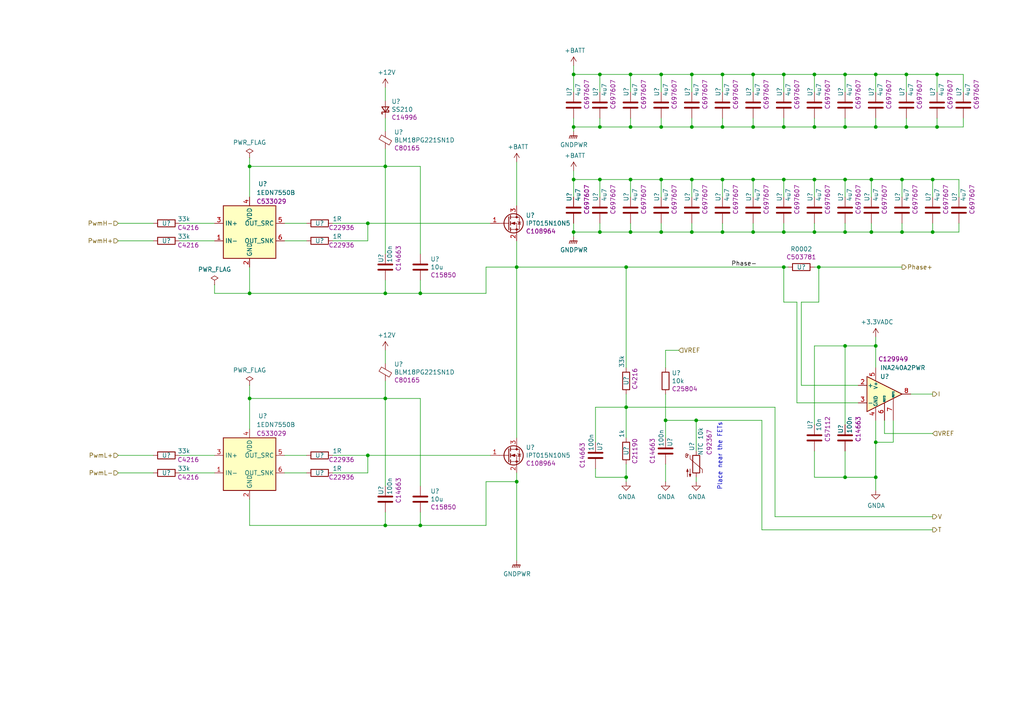
<source format=kicad_sch>
(kicad_sch (version 20211123) (generator eeschema)
  (paper "A4")
  (title_block (title "UNIMOC Hardware 4850") (date "2021-03-28") (rev "2") (company "Thunderdrive GmbH"))
  (lib_symbols
    (symbol "Amplifier_Current:INA240A2PW" (pin_names (offset 0.127))
      (property "Reference" "U" (at 3.81 3.81 0))
      (property "Value" "INA240A2PW" (at 3.81 -2.54 0))
      (symbol "INA240A2PW_0_1"
        (polyline (pts (xy 5.08 0) (xy -5.08 5.08) (xy -5.08 -5.08) (xy 5.08 0)) (stroke (width 0.254)) (fill (type background)))
      )
      (symbol "INA240A2PW_1_1"
        (pin passive line (at -2.54 -7.62 90) (length 3.81) hide (name "GND") (number "1"))
        (pin input line (at -7.62 2.54 0) (length 2.54) (name "+") (number "2"))
        (pin input line (at -7.62 -2.54 0) (length 2.54) (name "-") (number "3"))
        (pin power_in line (at -2.54 -7.62 90) (length 3.81) (name "GND") (number "4"))
        (pin power_in line (at -2.54 7.62 270) (length 3.81) (name "V+") (number "5"))
        (pin passive line (at 0 -7.62 90) (length 5.08) (name "REF2") (number "6"))
        (pin passive line (at 2.54 -7.62 90) (length 6.35) (name "REF1") (number "7"))
        (pin output line (at 7.62 0 180) (length 2.54) (name "~") (number "8"))
      )
    )
    (symbol "Device:C" (pin_numbers hide) (pin_names (offset 0.254))
      (property "Reference" "C" (at 0.635 2.54 0))
      (property "Value" "C" (at 0.635 -2.54 0))
      (symbol "C_0_1"
        (polyline (pts (xy -2.032 -0.762) (xy 2.032 -0.762)) (stroke (width 0.508)))
        (polyline (pts (xy -2.032 0.762) (xy 2.032 0.762)) (stroke (width 0.508)))
      )
      (symbol "C_1_1"
        (pin passive line (at 0 3.81 270) (length 2.794) (name "~") (number "1"))
        (pin passive line (at 0 -3.81 90) (length 2.794) (name "~") (number "2"))
      )
    )
    (symbol "Device:D_Schottky_Small" (pin_numbers hide) (pin_names (offset 0.254) hide)
      (property "Reference" "D" (at -1.27 2.032 0))
      (property "Value" "D_Schottky_Small" (at -7.112 -2.032 0))
      (symbol "D_Schottky_Small_0_1"
        (polyline (pts (xy -0.762 0) (xy 0.762 0)))
        (polyline (pts (xy 0.762 -1.016) (xy -0.762 0) (xy 0.762 1.016) (xy 0.762 -1.016)) (stroke (width 0.254)))
        (polyline (pts (xy -1.27 0.762) (xy -1.27 1.016) (xy -0.762 1.016) (xy -0.762 -1.016) (xy -0.254 -1.016) (xy -0.254 -0.762)) (stroke (width 0.254)))
      )
      (symbol "D_Schottky_Small_1_1"
        (pin passive line (at -2.54 0 0) (length 1.778) (name "K") (number "1"))
        (pin passive line (at 2.54 0 180) (length 1.778) (name "A") (number "2"))
      )
    )
    (symbol "Device:FerriteBead_Small" (pin_numbers hide) (pin_names (offset 0))
      (property "Reference" "FB" (at 1.905 1.27 0))
      (property "Value" "FerriteBead_Small" (at 1.905 -1.27 0))
      (symbol "FerriteBead_Small_0_1"
        (polyline (pts (xy 0 -1.27) (xy 0 -0.7874)))
        (polyline (pts (xy 0 0.889) (xy 0 1.2954)))
        (polyline (pts (xy -1.8288 0.2794) (xy -1.1176 1.4986) (xy 1.8288 -0.2032) (xy 1.1176 -1.4224) (xy -1.8288 0.2794)))
      )
      (symbol "FerriteBead_Small_1_1"
        (pin passive line (at 0 2.54 270) (length 1.27) (name "~") (number "1"))
        (pin passive line (at 0 -2.54 90) (length 1.27) (name "~") (number "2"))
      )
    )
    (symbol "Device:R" (pin_numbers hide) (pin_names (offset 0))
      (property "Reference" "R" (at 2.032 0 90))
      (property "Value" "R" (at 0 0 90))
      (symbol "R_0_1"
        (rectangle (start -1.016 -2.54) (end 1.016 2.54) (stroke (width 0.254)))
      )
      (symbol "R_1_1"
        (pin passive line (at 0 3.81 270) (length 1.27) (name "~") (number "1"))
        (pin passive line (at 0 -3.81 90) (length 1.27) (name "~") (number "2"))
      )
    )
    (symbol "Device:Thermistor_NTC" (pin_numbers hide) (pin_names (offset 0))
      (property "Reference" "TH" (at -4.445 0 90))
      (property "Value" "Thermistor_NTC" (at 3.175 0 90))
      (symbol "Thermistor_NTC_0_1"
        (arc (start -3.048 2.159) (mid -3.0495 2.3143) (end -3.175 2.413))
        (arc (start -3.048 2.159) (mid -2.9736 1.9794) (end -2.794 1.905))
        (arc (start -3.048 2.794) (mid -2.9736 2.6144) (end -2.794 2.54))
        (arc (start -2.794 1.905) (mid -2.6144 1.9794) (end -2.54 2.159))
        (arc (start -2.794 2.54) (mid -2.4393 2.5587) (end -2.159 2.794))
        (arc (start -2.794 3.048) (mid -2.9736 2.9736) (end -3.048 2.794))
        (arc (start -2.54 2.794) (mid -2.6144 2.9736) (end -2.794 3.048))
        (rectangle (start -1.016 2.54) (end 1.016 -2.54) (stroke (width 0.254)))
        (polyline (pts (xy -2.54 2.159) (xy -2.54 2.794)))
        (polyline (pts (xy -1.778 2.54) (xy -1.778 1.524) (xy 1.778 -1.524) (xy 1.778 -2.54)))
        (polyline (pts (xy -2.54 -3.683) (xy -2.54 -1.397) (xy -2.794 -2.159) (xy -2.286 -2.159) (xy -2.54 -1.397) (xy -2.54 -1.651)) (fill (type outline)))
        (polyline (pts (xy -1.778 -1.397) (xy -1.778 -3.683) (xy -2.032 -2.921) (xy -1.524 -2.921) (xy -1.778 -3.683) (xy -1.778 -3.429)) (fill (type outline)))
      )
      (symbol "Thermistor_NTC_1_1"
        (pin passive line (at 0 3.81 270) (length 1.27) (name "~") (number "1"))
        (pin passive line (at 0 -3.81 90) (length 1.27) (name "~") (number "2"))
      )
    )
    (symbol "Driver_FET:1EDN7550B"
      (property "Reference" "U" (at -7.62 8.89 0))
      (property "Value" "1EDN7550B" (at 1.27 8.89 0))
      (symbol "1EDN7550B_0_1"
        (rectangle (start -7.62 -7.62) (end 7.62 7.62) (stroke (width 0.254)) (fill (type background)))
      )
      (symbol "1EDN7550B_1_1"
        (pin input line (at -10.16 -2.54 0) (length 2.54) (name "IN-") (number "1"))
        (pin power_in line (at 0 -10.16 90) (length 2.54) (name "GND") (number "2"))
        (pin input line (at -10.16 2.54 0) (length 2.54) (name "IN+") (number "3"))
        (pin power_in line (at 0 10.16 270) (length 2.54) (name "VDD") (number "4"))
        (pin output line (at 10.16 2.54 180) (length 2.54) (name "OUT_SRC") (number "5"))
        (pin output line (at 10.16 -2.54 180) (length 2.54) (name "OUT_SNK") (number "6"))
      )
    )
    (symbol "Transistor_FET:IPT015N10N5" (pin_names hide)
      (property "Reference" "Q" (at 5.08 1.905 0))
      (property "Value" "IPT015N10N5" (at 5.08 0 0))
      (symbol "IPT015N10N5_0_1"
        (polyline (pts (xy 0.254 0) (xy -2.54 0)))
        (polyline (pts (xy 0.254 1.905) (xy 0.254 -1.905)) (stroke (width 0.254)))
        (polyline (pts (xy 0.762 -1.27) (xy 0.762 -2.286)) (stroke (width 0.254)))
        (polyline (pts (xy 0.762 0.508) (xy 0.762 -0.508)) (stroke (width 0.254)))
        (polyline (pts (xy 0.762 2.286) (xy 0.762 1.27)) (stroke (width 0.254)))
        (polyline (pts (xy 2.54 2.54) (xy 2.54 1.778)))
        (polyline (pts (xy 2.54 -2.54) (xy 2.54 0) (xy 0.762 0)))
        (polyline (pts (xy 0.762 -1.778) (xy 3.302 -1.778) (xy 3.302 1.778) (xy 0.762 1.778)))
        (polyline (pts (xy 1.016 0) (xy 2.032 0.381) (xy 2.032 -0.381) (xy 1.016 0)) (fill (type outline)))
        (polyline (pts (xy 2.794 0.508) (xy 2.921 0.381) (xy 3.683 0.381) (xy 3.81 0.254)))
        (polyline (pts (xy 3.302 0.381) (xy 2.921 -0.254) (xy 3.683 -0.254) (xy 3.302 0.381)))
        (circle (center 1.651 0) (radius 2.794) (stroke (width 0.254)))
        (circle (center 2.54 -1.778) (radius 0.254) (fill (type outline)))
        (circle (center 2.54 1.778) (radius 0.254) (fill (type outline)))
      )
      (symbol "IPT015N10N5_1_1"
        (pin input line (at -5.08 0 0) (length 2.54) (name "G") (number "1"))
        (pin passive line (at 2.54 -5.08 90) (length 2.54) (name "S") (number "2"))
        (pin passive line (at 2.54 5.08 270) (length 2.54) (name "D") (number "3"))
      )
    )
    (symbol "power:+12V" (power) (pin_names (offset 0))
      (property "Value" "+12V" (at 0 3.556 0))
      (symbol "+12V_0_1"
        (polyline (pts (xy -0.762 1.27) (xy 0 2.54)))
        (polyline (pts (xy 0 0) (xy 0 2.54)))
        (polyline (pts (xy 0 2.54) (xy 0.762 1.27)))
      )
      (symbol "+12V_1_1"
        (pin power_in line (at 0 0 90) (length 0) hide (name "+12V") (number "1"))
      )
    )
    (symbol "power:+3.3VADC" (power) (pin_names (offset 0))
      (property "Value" "+3.3VADC" (at 0 2.54 0))
      (symbol "+3.3VADC_0_0"
        (pin power_in line (at 0 0 90) (length 0) hide (name "+3.3VADC") (number "1"))
      )
      (symbol "+3.3VADC_0_1"
        (polyline (pts (xy -0.762 1.27) (xy 0 2.54)))
        (polyline (pts (xy 0 0) (xy 0 2.54)))
        (polyline (pts (xy 0 2.54) (xy 0.762 1.27)))
      )
    )
    (symbol "power:+BATT" (power) (pin_names (offset 0))
      (property "Value" "+BATT" (at 0 3.556 0))
      (symbol "+BATT_0_1"
        (polyline (pts (xy -0.762 1.27) (xy 0 2.54)))
        (polyline (pts (xy 0 0) (xy 0 2.54)))
        (polyline (pts (xy 0 2.54) (xy 0.762 1.27)))
      )
      (symbol "+BATT_1_1"
        (pin power_in line (at 0 0 90) (length 0) hide (name "+BATT") (number "1"))
      )
    )
    (symbol "power:GNDA" (power) (pin_names (offset 0))
      (property "Value" "GNDA" (at 0 -3.81 0))
      (symbol "GNDA_0_1"
        (polyline (pts (xy 0 0) (xy 0 -1.27) (xy 1.27 -1.27) (xy 0 -2.54) (xy -1.27 -1.27) (xy 0 -1.27)))
      )
      (symbol "GNDA_1_1"
        (pin power_in line (at 0 0 270) (length 0) hide (name "GNDA") (number "1"))
      )
    )
    (symbol "power:GNDPWR" (power) (pin_names (offset 0))
      (property "Value" "GNDPWR" (at 0 -3.302 0))
      (symbol "GNDPWR_0_1"
        (polyline (pts (xy 0 -1.27) (xy 0 0)))
        (polyline (pts (xy -1.016 -1.27) (xy -1.27 -2.032) (xy -1.27 -2.032)) (stroke (width 0.2032)))
        (polyline (pts (xy -0.508 -1.27) (xy -0.762 -2.032) (xy -0.762 -2.032)) (stroke (width 0.2032)))
        (polyline (pts (xy 0 -1.27) (xy -0.254 -2.032) (xy -0.254 -2.032)) (stroke (width 0.2032)))
        (polyline (pts (xy 0.508 -1.27) (xy 0.254 -2.032) (xy 0.254 -2.032)) (stroke (width 0.2032)))
        (polyline (pts (xy 1.016 -1.27) (xy -1.016 -1.27) (xy -1.016 -1.27)) (stroke (width 0.2032)))
        (polyline (pts (xy 1.016 -1.27) (xy 0.762 -2.032) (xy 0.762 -2.032) (xy 0.762 -2.032)) (stroke (width 0.2032)))
      )
      (symbol "GNDPWR_1_1"
        (pin power_in line (at 0 0 270) (length 0) hide (name "GNDPWR") (number "1"))
      )
    )
    (symbol "power:PWR_FLAG" (power) (pin_numbers hide) (pin_names (offset 0) hide)
      (property "Value" "PWR_FLAG" (at 0 3.81 0))
      (symbol "PWR_FLAG_0_0"
        (pin power_out line (at 0 0 90) (length 0) (name "pwr") (number "1"))
      )
      (symbol "PWR_FLAG_0_1"
        (polyline (pts (xy 0 0) (xy 0 1.27) (xy -1.016 1.905) (xy 0 2.54) (xy 1.016 1.905) (xy 0 1.27)))
      )
    )
  )
  (junction (at 72.39 115.57))
  (junction (at 191.77 52.07))
  (junction (at 245.11 52.07))
  (junction (at 245.11 138.43))
  (junction (at 252.73 52.07))
  (junction (at 227.33 52.07))
  (junction (at 111.76 85.09))
  (junction (at 181.61 118.11))
  (junction (at 173.99 21.59))
  (junction (at 149.86 139.7))
  (junction (at 200.66 67.31))
  (junction (at 193.04 121.92))
  (junction (at 191.77 36.83))
  (junction (at 111.76 115.57))
  (junction (at 261.62 67.31))
  (junction (at 111.76 152.4))
  (junction (at 218.44 21.59))
  (junction (at 227.33 77.47))
  (junction (at 149.86 77.47))
  (junction (at 262.89 21.59))
  (junction (at 191.77 67.31))
  (junction (at 182.88 67.31))
  (junction (at 72.39 48.26))
  (junction (at 236.22 36.83))
  (junction (at 271.78 36.83))
  (junction (at 245.11 36.83))
  (junction (at 218.44 67.31))
  (junction (at 181.61 77.47))
  (junction (at 254 128.27))
  (junction (at 254 36.83))
  (junction (at 218.44 52.07))
  (junction (at 245.11 100.33))
  (junction (at 182.88 52.07))
  (junction (at 173.99 52.07))
  (junction (at 262.89 36.83))
  (junction (at 227.33 67.31))
  (junction (at 237.49 77.47))
  (junction (at 227.33 36.83))
  (junction (at 191.77 21.59))
  (junction (at 166.37 21.59))
  (junction (at 166.37 52.07))
  (junction (at 209.55 21.59))
  (junction (at 121.92 152.4))
  (junction (at 173.99 36.83))
  (junction (at 254 21.59))
  (junction (at 200.66 52.07))
  (junction (at 261.62 52.07))
  (junction (at 106.68 132.08))
  (junction (at 173.99 67.31))
  (junction (at 270.51 67.31))
  (junction (at 254 100.33))
  (junction (at 200.66 36.83))
  (junction (at 271.78 21.59))
  (junction (at 236.22 52.07))
  (junction (at 236.22 21.59))
  (junction (at 166.37 67.31))
  (junction (at 227.33 21.59))
  (junction (at 245.11 67.31))
  (junction (at 72.39 85.09))
  (junction (at 166.37 36.83))
  (junction (at 111.76 48.26))
  (junction (at 209.55 52.07))
  (junction (at 106.68 64.77))
  (junction (at 121.92 85.09))
  (junction (at 182.88 21.59))
  (junction (at 209.55 67.31))
  (junction (at 182.88 36.83))
  (junction (at 245.11 21.59))
  (junction (at 236.22 67.31))
  (junction (at 218.44 36.83))
  (junction (at 209.55 36.83))
  (junction (at 181.61 138.43))
  (junction (at 201.93 121.92))
  (junction (at 254 138.43))
  (junction (at 200.66 21.59))
  (junction (at 252.73 67.31))
  (junction (at 270.51 52.07))
  (wire (pts (xy 245.11 52.07) (xy 245.11 57.15)))
  (wire (pts (xy 256.54 125.73) (xy 256.54 121.92)))
  (wire (pts (xy 232.41 87.63) (xy 232.41 111.76)))
  (wire (pts (xy 224.79 149.86) (xy 270.51 149.86)))
  (wire (pts (xy 200.66 36.83) (xy 209.55 36.83)))
  (wire (pts (xy 62.23 85.09) (xy 62.23 82.55)))
  (wire (pts (xy 173.99 64.77) (xy 173.99 67.31)))
  (wire (pts (xy 181.61 118.11) (xy 181.61 127)))
  (wire (pts (xy 236.22 21.59) (xy 245.11 21.59)))
  (wire (pts (xy 173.99 34.29) (xy 173.99 36.83)))
  (wire (pts (xy 72.39 57.15) (xy 72.39 48.26)))
  (wire (pts (xy 181.61 139.7) (xy 181.61 138.43)))
  (wire (pts (xy 72.39 85.09) (xy 72.39 77.47)))
  (wire (pts (xy 44.45 69.85) (xy 34.29 69.85)))
  (wire (pts (xy 191.77 26.67) (xy 191.77 21.59)))
  (wire (pts (xy 201.93 121.92) (xy 220.98 121.92)))
  (wire (pts (xy 252.73 67.31) (xy 252.73 64.77)))
  (wire (pts (xy 209.55 52.07) (xy 218.44 52.07)))
  (wire (pts (xy 236.22 36.83) (xy 245.11 36.83)))
  (wire (pts (xy 270.51 67.31) (xy 270.51 64.77)))
  (wire (pts (xy 270.51 67.31) (xy 278.13 67.31)))
  (wire (pts (xy 261.62 52.07) (xy 270.51 52.07)))
  (wire (pts (xy 245.11 36.83) (xy 245.11 34.29)))
  (wire (pts (xy 236.22 138.43) (xy 236.22 130.81)))
  (wire (pts (xy 121.92 140.97) (xy 121.92 115.57)))
  (wire (pts (xy 72.39 152.4) (xy 72.39 144.78)))
  (wire (pts (xy 166.37 36.83) (xy 173.99 36.83)))
  (wire (pts (xy 254 106.68) (xy 254 100.33)))
  (wire (pts (xy 270.51 52.07) (xy 270.51 57.15)))
  (wire (pts (xy 111.76 43.18) (xy 111.76 48.26)))
  (wire (pts (xy 191.77 21.59) (xy 200.66 21.59)))
  (wire (pts (xy 181.61 77.47) (xy 181.61 106.68)))
  (wire (pts (xy 149.86 139.7) (xy 149.86 162.56)))
  (wire (pts (xy 254 128.27) (xy 254 138.43)))
  (wire (pts (xy 254 138.43) (xy 254 142.24)))
  (wire (pts (xy 72.39 48.26) (xy 111.76 48.26)))
  (wire (pts (xy 232.41 87.63) (xy 237.49 87.63)))
  (wire (pts (xy 209.55 34.29) (xy 209.55 36.83)))
  (wire (pts (xy 259.08 128.27) (xy 254 128.27)))
  (wire (pts (xy 254 121.92) (xy 254 128.27)))
  (wire (pts (xy 232.41 111.76) (xy 248.92 111.76)))
  (wire (pts (xy 191.77 64.77) (xy 191.77 67.31)))
  (wire (pts (xy 181.61 138.43) (xy 172.72 138.43)))
  (wire (pts (xy 72.39 85.09) (xy 62.23 85.09)))
  (wire (pts (xy 218.44 67.31) (xy 227.33 67.31)))
  (wire (pts (xy 200.66 34.29) (xy 200.66 36.83)))
  (wire (pts (xy 149.86 59.69) (xy 149.86 46.99)))
  (wire (pts (xy 245.11 67.31) (xy 252.73 67.31)))
  (wire (pts (xy 173.99 21.59) (xy 182.88 21.59)))
  (wire (pts (xy 193.04 101.6) (xy 196.85 101.6)))
  (wire (pts (xy 96.52 132.08) (xy 106.68 132.08)))
  (wire (pts (xy 245.11 130.81) (xy 245.11 138.43)))
  (wire (pts (xy 182.88 26.67) (xy 182.88 21.59)))
  (wire (pts (xy 106.68 64.77) (xy 142.24 64.77)))
  (wire (pts (xy 166.37 34.29) (xy 166.37 36.83)))
  (wire (pts (xy 111.76 34.29) (xy 111.76 38.1)))
  (wire (pts (xy 111.76 152.4) (xy 72.39 152.4)))
  (wire (pts (xy 262.89 36.83) (xy 262.89 34.29)))
  (wire (pts (xy 218.44 26.67) (xy 218.44 21.59)))
  (wire (pts (xy 264.16 114.3) (xy 270.51 114.3)))
  (wire (pts (xy 181.61 134.62) (xy 181.61 138.43)))
  (wire (pts (xy 111.76 85.09) (xy 72.39 85.09)))
  (wire (pts (xy 121.92 48.26) (xy 111.76 48.26)))
  (wire (pts (xy 44.45 132.08) (xy 34.29 132.08)))
  (wire (pts (xy 140.97 77.47) (xy 140.97 85.09)))
  (wire (pts (xy 254 36.83) (xy 262.89 36.83)))
  (wire (pts (xy 218.44 52.07) (xy 227.33 52.07)))
  (wire (pts (xy 172.72 138.43) (xy 172.72 135.89)))
  (wire (pts (xy 209.55 57.15) (xy 209.55 52.07)))
  (wire (pts (xy 224.79 118.11) (xy 224.79 149.86)))
  (wire (pts (xy 173.99 26.67) (xy 173.99 21.59)))
  (wire (pts (xy 254 36.83) (xy 254 34.29)))
  (wire (pts (xy 193.04 114.3) (xy 193.04 121.92)))
  (wire (pts (xy 278.13 67.31) (xy 278.13 64.77)))
  (wire (pts (xy 172.72 128.27) (xy 172.72 118.11)))
  (wire (pts (xy 149.86 139.7) (xy 140.97 139.7)))
  (wire (pts (xy 259.08 121.92) (xy 259.08 128.27)))
  (wire (pts (xy 201.93 138.43) (xy 201.93 139.7)))
  (wire (pts (xy 173.99 67.31) (xy 182.88 67.31)))
  (wire (pts (xy 254 97.79) (xy 254 100.33)))
  (wire (pts (xy 200.66 21.59) (xy 209.55 21.59)))
  (wire (pts (xy 166.37 21.59) (xy 173.99 21.59)))
  (wire (pts (xy 111.76 48.26) (xy 111.76 73.66)))
  (wire (pts (xy 218.44 57.15) (xy 218.44 52.07)))
  (wire (pts (xy 209.55 67.31) (xy 218.44 67.31)))
  (wire (pts (xy 193.04 121.92) (xy 193.04 127)))
  (wire (pts (xy 193.04 134.62) (xy 193.04 139.7)))
  (wire (pts (xy 166.37 21.59) (xy 166.37 19.05)))
  (wire (pts (xy 166.37 52.07) (xy 166.37 49.53)))
  (wire (pts (xy 182.88 64.77) (xy 182.88 67.31)))
  (wire (pts (xy 182.88 57.15) (xy 182.88 52.07)))
  (wire (pts (xy 245.11 138.43) (xy 254 138.43)))
  (wire (pts (xy 236.22 34.29) (xy 236.22 36.83)))
  (wire (pts (xy 200.66 26.67) (xy 200.66 21.59)))
  (wire (pts (xy 245.11 36.83) (xy 254 36.83)))
  (wire (pts (xy 245.11 67.31) (xy 245.11 64.77)))
  (wire (pts (xy 166.37 67.31) (xy 173.99 67.31)))
  (wire (pts (xy 121.92 81.28) (xy 121.92 85.09)))
  (wire (pts (xy 236.22 57.15) (xy 236.22 52.07)))
  (wire (pts (xy 200.66 57.15) (xy 200.66 52.07)))
  (wire (pts (xy 52.07 69.85) (xy 62.23 69.85)))
  (wire (pts (xy 200.66 52.07) (xy 209.55 52.07)))
  (wire (pts (xy 245.11 21.59) (xy 245.11 26.67)))
  (wire (pts (xy 44.45 137.16) (xy 34.29 137.16)))
  (wire (pts (xy 271.78 36.83) (xy 279.4 36.83)))
  (wire (pts (xy 140.97 85.09) (xy 121.92 85.09)))
  (wire (pts (xy 227.33 87.63) (xy 231.14 87.63)))
  (wire (pts (xy 231.14 116.84) (xy 231.14 87.63)))
  (wire (pts (xy 121.92 148.59) (xy 121.92 152.4)))
  (wire (pts (xy 111.76 115.57) (xy 111.76 140.97)))
  (wire (pts (xy 173.99 52.07) (xy 182.88 52.07)))
  (wire (pts (xy 201.93 130.81) (xy 201.93 121.92)))
  (wire (pts (xy 236.22 26.67) (xy 236.22 21.59)))
  (wire (pts (xy 96.52 137.16) (xy 106.68 137.16)))
  (wire (pts (xy 236.22 52.07) (xy 245.11 52.07)))
  (wire (pts (xy 218.44 21.59) (xy 227.33 21.59)))
  (wire (pts (xy 82.55 137.16) (xy 88.9 137.16)))
  (wire (pts (xy 191.77 52.07) (xy 200.66 52.07)))
  (wire (pts (xy 193.04 106.68) (xy 193.04 101.6)))
  (wire (pts (xy 72.39 115.57) (xy 111.76 115.57)))
  (wire (pts (xy 220.98 153.67) (xy 270.51 153.67)))
  (wire (pts (xy 191.77 67.31) (xy 200.66 67.31)))
  (wire (pts (xy 236.22 67.31) (xy 245.11 67.31)))
  (wire (pts (xy 182.88 67.31) (xy 191.77 67.31)))
  (wire (pts (xy 227.33 67.31) (xy 236.22 67.31)))
  (wire (pts (xy 256.54 125.73) (xy 270.51 125.73)))
  (wire (pts (xy 218.44 64.77) (xy 218.44 67.31)))
  (wire (pts (xy 236.22 77.47) (xy 237.49 77.47)))
  (wire (pts (xy 252.73 52.07) (xy 261.62 52.07)))
  (wire (pts (xy 62.23 132.08) (xy 52.07 132.08)))
  (wire (pts (xy 181.61 77.47) (xy 227.33 77.47)))
  (wire (pts (xy 166.37 67.31) (xy 166.37 68.58)))
  (wire (pts (xy 261.62 67.31) (xy 261.62 64.77)))
  (wire (pts (xy 140.97 139.7) (xy 140.97 152.4)))
  (wire (pts (xy 149.86 77.47) (xy 140.97 77.47)))
  (wire (pts (xy 236.22 64.77) (xy 236.22 67.31)))
  (wire (pts (xy 245.11 100.33) (xy 245.11 123.19)))
  (wire (pts (xy 209.55 64.77) (xy 209.55 67.31)))
  (wire (pts (xy 227.33 57.15) (xy 227.33 52.07)))
  (wire (pts (xy 252.73 67.31) (xy 261.62 67.31)))
  (wire (pts (xy 227.33 26.67) (xy 227.33 21.59)))
  (wire (pts (xy 271.78 36.83) (xy 271.78 34.29)))
  (wire (pts (xy 121.92 115.57) (xy 111.76 115.57)))
  (wire (pts (xy 278.13 52.07) (xy 278.13 57.15)))
  (wire (pts (xy 166.37 52.07) (xy 173.99 52.07)))
  (wire (pts (xy 182.88 21.59) (xy 191.77 21.59)))
  (wire (pts (xy 172.72 118.11) (xy 181.61 118.11)))
  (wire (pts (xy 254 21.59) (xy 262.89 21.59)))
  (wire (pts (xy 227.33 36.83) (xy 236.22 36.83)))
  (wire (pts (xy 166.37 36.83) (xy 166.37 38.1)))
  (wire (pts (xy 191.77 34.29) (xy 191.77 36.83)))
  (wire (pts (xy 149.86 137.16) (xy 149.86 139.7)))
  (wire (pts (xy 82.55 132.08) (xy 88.9 132.08)))
  (wire (pts (xy 245.11 138.43) (xy 236.22 138.43)))
  (wire (pts (xy 200.66 64.77) (xy 200.66 67.31)))
  (wire (pts (xy 227.33 64.77) (xy 227.33 67.31)))
  (wire (pts (xy 96.52 69.85) (xy 106.68 69.85)))
  (wire (pts (xy 227.33 87.63) (xy 227.33 77.47)))
  (wire (pts (xy 245.11 52.07) (xy 252.73 52.07)))
  (wire (pts (xy 191.77 36.83) (xy 200.66 36.83)))
  (wire (pts (xy 106.68 137.16) (xy 106.68 132.08)))
  (wire (pts (xy 191.77 57.15) (xy 191.77 52.07)))
  (wire (pts (xy 82.55 64.77) (xy 88.9 64.77)))
  (wire (pts (xy 121.92 152.4) (xy 111.76 152.4)))
  (wire (pts (xy 200.66 67.31) (xy 209.55 67.31)))
  (wire (pts (xy 166.37 26.67) (xy 166.37 21.59)))
  (wire (pts (xy 182.88 36.83) (xy 191.77 36.83)))
  (wire (pts (xy 44.45 64.77) (xy 34.29 64.77)))
  (wire (pts (xy 279.4 21.59) (xy 279.4 26.67)))
  (wire (pts (xy 166.37 57.15) (xy 166.37 52.07)))
  (wire (pts (xy 106.68 69.85) (xy 106.68 64.77)))
  (wire (pts (xy 111.76 148.59) (xy 111.76 152.4)))
  (wire (pts (xy 245.11 21.59) (xy 254 21.59)))
  (wire (pts (xy 271.78 21.59) (xy 271.78 26.67)))
  (wire (pts (xy 227.33 34.29) (xy 227.33 36.83)))
  (wire (pts (xy 261.62 52.07) (xy 261.62 57.15)))
  (wire (pts (xy 262.89 21.59) (xy 262.89 26.67)))
  (wire (pts (xy 254 100.33) (xy 245.11 100.33)))
  (wire (pts (xy 236.22 100.33) (xy 236.22 123.19)))
  (wire (pts (xy 72.39 124.46) (xy 72.39 115.57)))
  (wire (pts (xy 262.89 36.83) (xy 271.78 36.83)))
  (wire (pts (xy 254 21.59) (xy 254 26.67)))
  (wire (pts (xy 262.89 21.59) (xy 271.78 21.59)))
  (wire (pts (xy 270.51 52.07) (xy 278.13 52.07)))
  (wire (pts (xy 82.55 69.85) (xy 88.9 69.85)))
  (wire (pts (xy 279.4 36.83) (xy 279.4 34.29)))
  (wire (pts (xy 252.73 52.07) (xy 252.73 57.15)))
  (wire (pts (xy 236.22 100.33) (xy 245.11 100.33)))
  (wire (pts (xy 201.93 121.92) (xy 193.04 121.92)))
  (wire (pts (xy 218.44 36.83) (xy 227.33 36.83)))
  (wire (pts (xy 271.78 21.59) (xy 279.4 21.59)))
  (wire (pts (xy 220.98 121.92) (xy 220.98 153.67)))
  (wire (pts (xy 52.07 137.16) (xy 62.23 137.16)))
  (wire (pts (xy 111.76 25.4) (xy 111.76 29.21)))
  (wire (pts (xy 237.49 87.63) (xy 237.49 77.47)))
  (wire (pts (xy 62.23 64.77) (xy 52.07 64.77)))
  (wire (pts (xy 227.33 52.07) (xy 236.22 52.07)))
  (wire (pts (xy 182.88 52.07) (xy 191.77 52.07)))
  (wire (pts (xy 218.44 34.29) (xy 218.44 36.83)))
  (wire (pts (xy 248.92 116.84) (xy 231.14 116.84)))
  (wire (pts (xy 111.76 110.49) (xy 111.76 115.57)))
  (wire (pts (xy 209.55 36.83) (xy 218.44 36.83)))
  (wire (pts (xy 149.86 77.47) (xy 149.86 69.85)))
  (wire (pts (xy 209.55 21.59) (xy 218.44 21.59)))
  (wire (pts (xy 261.62 67.31) (xy 270.51 67.31)))
  (wire (pts (xy 181.61 118.11) (xy 224.79 118.11)))
  (wire (pts (xy 182.88 34.29) (xy 182.88 36.83)))
  (wire (pts (xy 121.92 85.09) (xy 111.76 85.09)))
  (wire (pts (xy 111.76 101.6) (xy 111.76 105.41)))
  (wire (pts (xy 149.86 127) (xy 149.86 77.47)))
  (wire (pts (xy 106.68 132.08) (xy 142.24 132.08)))
  (wire (pts (xy 209.55 26.67) (xy 209.55 21.59)))
  (wire (pts (xy 111.76 81.28) (xy 111.76 85.09)))
  (wire (pts (xy 72.39 115.57) (xy 72.39 111.76)))
  (wire (pts (xy 166.37 64.77) (xy 166.37 67.31)))
  (wire (pts (xy 140.97 152.4) (xy 121.92 152.4)))
  (wire (pts (xy 72.39 45.72) (xy 72.39 48.26)))
  (wire (pts (xy 149.86 77.47) (xy 181.61 77.47)))
  (wire (pts (xy 227.33 77.47) (xy 228.6 77.47)))
  (wire (pts (xy 121.92 73.66) (xy 121.92 48.26)))
  (wire (pts (xy 173.99 36.83) (xy 182.88 36.83)))
  (wire (pts (xy 227.33 21.59) (xy 236.22 21.59)))
  (wire (pts (xy 237.49 77.47) (xy 261.62 77.47)))
  (wire (pts (xy 181.61 114.3) (xy 181.61 118.11)))
  (wire (pts (xy 173.99 57.15) (xy 173.99 52.07)))
  (wire (pts (xy 96.52 64.77) (xy 106.68 64.77)))
  (text "Place near the FETs" (at 209.55 142.24 90) (effects (font (size 1.27 1.27)) (justify left bottom)))
  (label "Phase-" (at 212.09 77.47 0))
  (hierarchical_label "VREF" (shape input) (at 196.85 101.6 0))
  (hierarchical_label "I" (shape output) (at 270.51 114.3 0))
  (hierarchical_label "PwmH+" (shape input) (at 34.29 69.85 180))
  (hierarchical_label "Phase+" (shape output) (at 261.62 77.47 0))
  (hierarchical_label "PwmL+" (shape input) (at 34.29 132.08 180))
  (hierarchical_label "PwmH-" (shape input) (at 34.29 64.77 180))
  (hierarchical_label "V" (shape output) (at 270.51 149.86 0))
  (hierarchical_label "VREF" (shape input) (at 270.51 125.73 0))
  (hierarchical_label "T" (shape output) (at 270.51 153.67 0))
  (hierarchical_label "PwmL-" (shape input) (at 34.29 137.16 180))
  (symbol (lib_id "power:+BATT") (at 149.86 46.99 0) (unit 1)
    (property "Value" "+BATT" (at 150.241 42.5958 0))
  )
  (symbol (lib_id "power:GNDPWR") (at 149.86 162.56 0) (unit 1)
    (property "Value" "GNDPWR" (at 149.9616 166.4716 0))
  )
  (symbol (lib_id "Device:C") (at 245.11 127 0) (unit 1)
    (property "Value" "100n" (at 246.38 125.73 90) (effects (justify left)))
    (property "Footprint" "Capacitor_SMD:C_0603_1608Metric" (effects hide))
    (property "LCSC#" "C14663" (at 248.92 124.46 90))
  )
  (symbol (lib_id "Amplifier_Current:INA240A2PW") (at 256.54 114.3 0) (unit 1)
    (property "Value" "INA240A2PWR" (at 255.27 106.68 0) (effects (justify left)))
    (property "Footprint" "Package_SO:TSSOP-8_4.4x3mm_P0.65mm" (effects hide))
    (property "Datasheet" "http://www.ti.com/lit/ds/symlink/ina240.pdf" (effects hide))
    (property "LCSC#" "C129949" (at 259.08 104.14 0))
  )
  (symbol (lib_id "power:GNDA") (at 254 142.24 0) (unit 1)
    (property "Value" "GNDA" (at 254.127 146.6342 0))
  )
  (symbol (lib_id "Device:C") (at 236.22 127 0) (unit 1)
    (property "Value" "10n" (at 237.49 123.19 90))
    (property "Footprint" "Capacitor_SMD:C_0603_1608Metric" (effects hide))
    (property "LCSC#" "C57112" (at 240.03 124.46 90))
  )
  (symbol (lib_id "power:+3.3VADC") (at 254 97.79 0) (unit 1)
    (property "Value" "+3.3VADC" (at 254.381 93.3958 0))
  )
  (symbol (lib_id "Device:Thermistor_NTC") (at 201.93 134.62 0) (unit 1)
    (property "Value" "NTC 10k" (at 203.2 132.08 90) (effects (justify left)))
    (property "Footprint" "Resistor_SMD:R_0603_1608Metric" (effects hide))
    (property "LCSC#" "C92367" (at 205.74 128.27 90))
  )
  (symbol (lib_id "power:GNDA") (at 193.04 139.7 0) (unit 1)
    (property "Value" "GNDA" (at 193.167 144.0942 0))
  )
  (symbol (lib_id "Device:R") (at 193.04 110.49 0) (unit 1)
    (property "Value" "10k" (at 194.818 110.49 0) (effects (justify left)))
    (property "Footprint" "Resistor_SMD:R_0603_1608Metric" (effects hide))
    (property "LCSC#" "C25804" (at 194.818 112.8014 0) (effects (justify left)))
  )
  (symbol (lib_id "Device:C") (at 193.04 130.81 0) (mirror y) (unit 1)
    (property "Value" "100n" (at 191.77 129.54 90) (effects (justify left)))
    (property "Footprint" "Capacitor_SMD:C_0603_1608Metric" (effects hide))
    (property "LCSC#" "C14663" (at 189.23 130.81 90))
  )
  (symbol (lib_id "power:GNDA") (at 181.61 139.7 0) (unit 1)
    (property "Value" "GNDA" (at 181.737 144.0942 0))
  )
  (symbol (lib_id "Device:C") (at 172.72 132.08 0) (mirror y) (unit 1)
    (property "Value" "100n" (at 171.45 130.81 90) (effects (justify left)))
    (property "Footprint" "Capacitor_SMD:C_0603_1608Metric" (effects hide))
    (property "LCSC#" "C14663" (at 168.91 132.08 90))
  )
  (symbol (lib_id "Device:R") (at 181.61 110.49 0) (unit 1)
    (property "Value" "33k" (at 180.34 106.68 90) (effects (justify left)))
    (property "Footprint" "Resistor_SMD:R_0603_1608Metric" (effects hide))
    (property "LCSC#" "C4216" (at 184.15 113.03 90) (effects (justify left)))
  )
  (symbol (lib_id "Device:R") (at 181.61 130.81 0) (unit 1)
    (property "Value" "1k" (at 180.34 127 90) (effects (justify left)))
    (property "Footprint" "Resistor_SMD:R_0603_1608Metric" (effects hide))
    (property "LCSC#" "C21190" (at 184.15 134.62 90) (effects (justify left)))
  )
  (symbol (lib_id "power:GNDA") (at 201.93 139.7 0) (unit 1)
    (property "Value" "GNDA" (at 202.057 144.0942 0))
  )
  (symbol (lib_id "power:PWR_FLAG") (at 72.39 111.76 0) (unit 1)
    (property "Value" "PWR_FLAG" (at 72.39 107.3658 0))
  )
  (symbol (lib_id "power:PWR_FLAG") (at 72.39 45.72 0) (unit 1)
    (property "Value" "PWR_FLAG" (at 72.39 41.3258 0))
  )
  (symbol (lib_id "power:PWR_FLAG") (at 62.23 82.55 0) (unit 1)
    (property "Value" "PWR_FLAG" (at 62.23 78.1558 0))
  )
  (symbol (lib_id "power:+BATT") (at 166.37 49.53 0) (unit 1)
    (property "Value" "+BATT" (at 166.751 45.1358 0))
  )
  (symbol (lib_id "power:+BATT") (at 187.96 -34.29 0) (unit 1)
    (property "Value" "+BATT" (at 188.341 -38.6842 0))
  )
  (symbol (lib_id "Device:C") (at 252.73 60.96 0) (unit 1)
    (property "Value" "4u7" (at 254 58.42 90) (effects (justify left)))
    (property "Footprint" "Capacitor_SMD:C_1210_3225Metric" (effects hide))
    (property "LCSC#" "C697607" (at 256.54 62.23 90) (effects (justify left)))
  )
  (symbol (lib_id "Device:C") (at 261.62 60.96 0) (unit 1)
    (property "Value" "4u7" (at 262.89 58.42 90) (effects (justify left)))
    (property "Footprint" "Capacitor_SMD:C_1210_3225Metric" (effects hide))
    (property "LCSC#" "C697607" (at 265.43 62.23 90) (effects (justify left)))
  )
  (symbol (lib_id "Device:C") (at 270.51 60.96 0) (unit 1)
    (property "Value" "4u7" (at 271.78 58.42 90) (effects (justify left)))
    (property "Footprint" "Capacitor_SMD:C_1210_3225Metric" (effects hide))
    (property "LCSC#" "C697607" (at 274.32 62.23 90) (effects (justify left)))
  )
  (symbol (lib_id "Device:C") (at 254 30.48 0) (unit 1)
    (property "Value" "4u7" (at 255.27 27.94 90) (effects (justify left)))
    (property "Footprint" "Capacitor_SMD:C_1210_3225Metric" (effects hide))
    (property "LCSC#" "C697607" (at 257.81 31.75 90) (effects (justify left)))
  )
  (symbol (lib_id "Device:C") (at 173.99 30.48 0) (unit 1)
    (property "Value" "4u7" (at 175.26 27.94 90) (effects (justify left)))
    (property "Footprint" "Capacitor_SMD:C_1210_3225Metric" (effects hide))
    (property "LCSC#" "C697607" (at 177.8 31.75 90) (effects (justify left)))
  )
  (symbol (lib_id "Device:C") (at 182.88 30.48 0) (unit 1)
    (property "Value" "4u7" (at 184.15 27.94 90) (effects (justify left)))
    (property "Footprint" "Capacitor_SMD:C_1210_3225Metric" (effects hide))
    (property "LCSC#" "C697607" (at 186.69 31.75 90) (effects (justify left)))
  )
  (symbol (lib_id "Device:C") (at 191.77 30.48 0) (unit 1)
    (property "Value" "4u7" (at 193.04 27.94 90) (effects (justify left)))
    (property "Footprint" "Capacitor_SMD:C_1210_3225Metric" (effects hide))
    (property "LCSC#" "C697607" (at 195.58 31.75 90) (effects (justify left)))
  )
  (symbol (lib_id "Device:C") (at 200.66 30.48 0) (unit 1)
    (property "Value" "4u7" (at 201.93 27.94 90) (effects (justify left)))
    (property "Footprint" "Capacitor_SMD:C_1210_3225Metric" (effects hide))
    (property "LCSC#" "C697607" (at 204.47 31.75 90) (effects (justify left)))
  )
  (symbol (lib_id "Device:C") (at 209.55 30.48 0) (unit 1)
    (property "Value" "4u7" (at 210.82 27.94 90) (effects (justify left)))
    (property "Footprint" "Capacitor_SMD:C_1210_3225Metric" (effects hide))
    (property "LCSC#" "C697607" (at 213.36 31.75 90) (effects (justify left)))
  )
  (symbol (lib_id "Device:C") (at 218.44 30.48 0) (unit 1)
    (property "Value" "4u7" (at 219.71 27.94 90) (effects (justify left)))
    (property "Footprint" "Capacitor_SMD:C_1210_3225Metric" (effects hide))
    (property "LCSC#" "C697607" (at 222.25 31.75 90) (effects (justify left)))
  )
  (symbol (lib_id "Device:C") (at 166.37 30.48 0) (unit 1)
    (property "Value" "4u7" (at 167.64 27.94 90) (effects (justify left)))
    (property "Footprint" "Capacitor_SMD:C_1210_3225Metric" (effects hide))
    (property "LCSC#" "C697607" (at 170.18 31.75 90) (effects (justify left)))
  )
  (symbol (lib_id "Device:C") (at 227.33 30.48 0) (unit 1)
    (property "Value" "4u7" (at 228.6 27.94 90) (effects (justify left)))
    (property "Footprint" "Capacitor_SMD:C_1210_3225Metric" (effects hide))
    (property "LCSC#" "C697607" (at 231.14 31.75 90) (effects (justify left)))
  )
  (symbol (lib_id "Device:C") (at 236.22 30.48 0) (unit 1)
    (property "Value" "4u7" (at 237.49 27.94 90) (effects (justify left)))
    (property "Footprint" "Capacitor_SMD:C_1210_3225Metric" (effects hide))
    (property "LCSC#" "C697607" (at 240.03 31.75 90) (effects (justify left)))
  )
  (symbol (lib_id "Device:C") (at 245.11 30.48 0) (unit 1)
    (property "Value" "4u7" (at 246.38 27.94 90) (effects (justify left)))
    (property "Footprint" "Capacitor_SMD:C_1210_3225Metric" (effects hide))
    (property "LCSC#" "C697607" (at 248.92 31.75 90) (effects (justify left)))
  )
  (symbol (lib_id "power:GNDPWR") (at 166.37 38.1 0) (unit 1)
    (property "Value" "GNDPWR" (at 166.4716 42.0116 0))
  )
  (symbol (lib_id "power:+BATT") (at 166.37 19.05 0) (unit 1)
    (property "Value" "+BATT" (at 166.751 14.6558 0))
  )
  (symbol (lib_id "Device:C") (at 262.89 30.48 0) (unit 1)
    (property "Value" "4u7" (at 264.16 27.94 90) (effects (justify left)))
    (property "Footprint" "Capacitor_SMD:C_1210_3225Metric" (effects hide))
    (property "LCSC#" "C697607" (at 266.7 31.75 90) (effects (justify left)))
  )
  (symbol (lib_id "Device:C") (at 271.78 30.48 0) (unit 1)
    (property "Value" "4u7" (at 273.05 27.94 90) (effects (justify left)))
    (property "Footprint" "Capacitor_SMD:C_1210_3225Metric" (effects hide))
    (property "LCSC#" "C697607" (at 275.59 31.75 90) (effects (justify left)))
  )
  (symbol (lib_id "Device:C") (at 278.13 60.96 0) (unit 1)
    (property "Value" "4u7" (at 279.4 58.42 90) (effects (justify left)))
    (property "Footprint" "Capacitor_SMD:C_1210_3225Metric" (effects hide))
    (property "LCSC#" "C697607" (at 281.94 62.23 90) (effects (justify left)))
  )
  (symbol (lib_id "Device:C") (at 279.4 30.48 0) (unit 1)
    (property "Value" "4u7" (at 280.67 27.94 90) (effects (justify left)))
    (property "Footprint" "Capacitor_SMD:C_1210_3225Metric" (effects hide))
    (property "LCSC#" "C697607" (at 283.21 31.75 90) (effects (justify left)))
  )
  (symbol (lib_id "Device:R") (at 232.41 77.47 270) (unit 1)
    (property "Value" "R0002" (at 232.41 72.2376 90))
    (property "Footprint" "footprints:R_5930_15076Metric_Pad5.20x8.75mm" (effects hide))
    (property "LCSC#" "C503781" (at 232.41 74.549 90))
  )
  (symbol (lib_id "Transistor_FET:IPT015N10N5") (at 147.32 132.08 0) (unit 1)
    (property "Value" "IPT015N10N5" (at 152.5016 132.08 0) (effects (justify left)))
    (property "Footprint" "Package_TO_SOT_SMD:Infineon_PG-HSOF-8-1_ThermalVias" (effects hide))
    (property "Datasheet" "http://www.infineon.com/dgdl/Infineon-IPT015N10N5-DS-v02_01-EN.pdf?fileId=5546d4624a75e5f1014ac94680661aff" (effects hide))
    (property "LCSC#" "C108964" (at 152.5016 134.3914 0) (effects (justify left)))
  )
  (symbol (lib_id "Transistor_FET:IPT015N10N5") (at 147.32 64.77 0) (unit 1)
    (property "Value" "IPT015N10N5" (at 152.5016 64.77 0) (effects (justify left)))
    (property "Footprint" "Package_TO_SOT_SMD:Infineon_PG-HSOF-8-1_ThermalVias" (effects hide))
    (property "Datasheet" "http://www.infineon.com/dgdl/Infineon-IPT015N10N5-DS-v02_01-EN.pdf?fileId=5546d4624a75e5f1014ac94680661aff" (effects hide))
    (property "LCSC#" "C108964" (at 152.5016 67.0814 0) (effects (justify left)))
  )
  (symbol (lib_id "Driver_FET:1EDN7550B") (at 72.39 67.31 0) (unit 1)
    (property "Value" "1EDN7550B" (at 80.01 55.88 0))
    (property "Footprint" "Package_TO_SOT_SMD:SOT-23-6" (effects hide))
    (property "Datasheet" "https://www.infineon.com/dgdl/Infineon-1EDN7550B-DS-v02_00-EN.pdf?fileId=5546d46262b31d2e01635d9799ef264f" (effects hide))
    (property "LCSC#" "C533029" (at 78.74 58.42 0))
  )
  (symbol (lib_id "Device:R") (at 48.26 64.77 270) (unit 1)
    (property "Value" "33k" (at 53.34 63.5 90))
    (property "Footprint" "Resistor_SMD:R_0603_1608Metric" (effects hide))
    (property "LCSC#" "C4216" (at 54.61 66.04 90))
  )
  (symbol (lib_id "Device:R") (at 48.26 69.85 270) (unit 1)
    (property "Value" "33k" (at 53.34 68.58 90))
    (property "Footprint" "Resistor_SMD:R_0603_1608Metric" (effects hide))
    (property "LCSC#" "C4216" (at 54.61 71.12 90))
  )
  (symbol (lib_id "Device:R") (at 92.71 64.77 270) (unit 1)
    (property "Value" "1R" (at 97.79 63.5 90))
    (property "Footprint" "Resistor_SMD:R_0603_1608Metric" (effects hide))
    (property "LCSC#" "C22936" (at 99.06 66.04 90))
  )
  (symbol (lib_id "Device:R") (at 92.71 69.85 270) (unit 1)
    (property "Value" "1R" (at 97.79 68.58 90))
    (property "Footprint" "Resistor_SMD:R_0603_1608Metric" (effects hide))
    (property "LCSC#" "C22936" (at 99.06 71.12 90))
  )
  (symbol (lib_id "power:+12V") (at 111.76 25.4 0) (unit 1)
    (property "Value" "+12V" (at 112.141 21.0058 0))
  )
  (symbol (lib_id "Device:C") (at 111.76 77.47 0) (unit 1)
    (property "Value" "100n" (at 113.03 76.2 90) (effects (justify left)))
    (property "Footprint" "Capacitor_SMD:C_0603_1608Metric" (effects hide))
    (property "LCSC#" "C14663" (at 115.57 74.93 90))
  )
  (symbol (lib_id "Device:C") (at 121.92 77.47 0) (unit 1)
    (property "Value" "10u" (at 124.841 77.47 0) (effects (justify left)))
    (property "Footprint" "Capacitor_SMD:C_0805_2012Metric" (effects hide))
    (property "LCSC#" "C15850" (at 124.841 79.7814 0) (effects (justify left)))
  )
  (symbol (lib_id "Device:FerriteBead_Small") (at 111.76 40.64 0) (unit 1)
    (property "Value" "BLM18PG221SN1D" (at 114.3 40.64 0) (effects (justify left)))
    (property "Footprint" "Resistor_SMD:R_0603_1608Metric" (effects hide))
    (property "LCSC#" "C80165" (at 114.3 42.9514 0) (effects (justify left)))
  )
  (symbol (lib_id "Device:D_Schottky_Small") (at 111.76 31.75 90) (unit 1)
    (property "Value" "SS210" (at 113.538 31.75 90) (effects (justify right)))
    (property "Footprint" "Diode_SMD:D_SMA" (effects hide))
    (property "LCSC#" "C14996" (at 113.538 34.0614 90) (effects (justify right)))
  )
  (symbol (lib_id "Driver_FET:1EDN7550B") (at 72.39 134.62 0) (unit 1)
    (property "Value" "1EDN7550B" (at 80.01 123.19 0))
    (property "Footprint" "Package_TO_SOT_SMD:SOT-23-6" (effects hide))
    (property "Datasheet" "https://www.infineon.com/dgdl/Infineon-1EDN7550B-DS-v02_00-EN.pdf?fileId=5546d46262b31d2e01635d9799ef264f" (effects hide))
    (property "LCSC#" "C533029" (at 78.74 125.73 0))
  )
  (symbol (lib_id "Device:R") (at 48.26 132.08 270) (unit 1)
    (property "Value" "33k" (at 53.34 130.81 90))
    (property "Footprint" "Resistor_SMD:R_0603_1608Metric" (effects hide))
    (property "LCSC#" "C4216" (at 54.61 133.35 90))
  )
  (symbol (lib_id "Device:R") (at 48.26 137.16 270) (unit 1)
    (property "Value" "33k" (at 53.34 135.89 90))
    (property "Footprint" "Resistor_SMD:R_0603_1608Metric" (effects hide))
    (property "LCSC#" "C4216" (at 54.61 138.43 90))
  )
  (symbol (lib_id "Device:R") (at 92.71 132.08 270) (unit 1)
    (property "Value" "1R" (at 97.79 130.81 90))
    (property "Footprint" "Resistor_SMD:R_0603_1608Metric" (effects hide))
    (property "LCSC#" "C22936" (at 99.06 133.35 90))
  )
  (symbol (lib_id "Device:R") (at 92.71 137.16 270) (unit 1)
    (property "Value" "1R" (at 97.79 135.89 90))
    (property "Footprint" "Resistor_SMD:R_0603_1608Metric" (effects hide))
    (property "LCSC#" "C22936" (at 99.06 138.43 90))
  )
  (symbol (lib_id "Device:C") (at 111.76 144.78 0) (unit 1)
    (property "Value" "100n" (at 113.03 143.51 90) (effects (justify left)))
    (property "Footprint" "Capacitor_SMD:C_0603_1608Metric" (effects hide))
    (property "LCSC#" "C14663" (at 115.57 142.24 90))
  )
  (symbol (lib_id "Device:C") (at 121.92 144.78 0) (unit 1)
    (property "Value" "10u" (at 124.841 144.78 0) (effects (justify left)))
    (property "Footprint" "Capacitor_SMD:C_0805_2012Metric" (effects hide))
    (property "LCSC#" "C15850" (at 124.841 147.0914 0) (effects (justify left)))
  )
  (symbol (lib_id "Device:FerriteBead_Small") (at 111.76 107.95 0) (unit 1)
    (property "Value" "BLM18PG221SN1D" (at 114.3 107.95 0) (effects (justify left)))
    (property "Footprint" "Resistor_SMD:R_0603_1608Metric" (effects hide))
    (property "LCSC#" "C80165" (at 114.3 110.2614 0) (effects (justify left)))
  )
  (symbol (lib_id "power:+12V") (at 111.76 101.6 0) (unit 1)
    (property "Value" "+12V" (at 112.141 97.2058 0))
  )
  (symbol (lib_id "Device:C") (at 173.99 60.96 0) (unit 1)
    (property "Value" "4u7" (at 175.26 58.42 90) (effects (justify left)))
    (property "Footprint" "Capacitor_SMD:C_1210_3225Metric" (effects hide))
    (property "LCSC#" "C697607" (at 177.8 62.23 90) (effects (justify left)))
  )
  (symbol (lib_id "Device:C") (at 182.88 60.96 0) (unit 1)
    (property "Value" "4u7" (at 184.15 58.42 90) (effects (justify left)))
    (property "Footprint" "Capacitor_SMD:C_1210_3225Metric" (effects hide))
    (property "LCSC#" "C697607" (at 186.69 62.23 90) (effects (justify left)))
  )
  (symbol (lib_id "Device:C") (at 191.77 60.96 0) (unit 1)
    (property "Value" "4u7" (at 193.04 58.42 90) (effects (justify left)))
    (property "Footprint" "Capacitor_SMD:C_1210_3225Metric" (effects hide))
    (property "LCSC#" "C697607" (at 195.58 62.23 90) (effects (justify left)))
  )
  (symbol (lib_id "Device:C") (at 200.66 60.96 0) (unit 1)
    (property "Value" "4u7" (at 201.93 58.42 90) (effects (justify left)))
    (property "Footprint" "Capacitor_SMD:C_1210_3225Metric" (effects hide))
    (property "LCSC#" "C697607" (at 204.47 62.23 90) (effects (justify left)))
  )
  (symbol (lib_id "Device:C") (at 209.55 60.96 0) (unit 1)
    (property "Value" "4u7" (at 210.82 58.42 90) (effects (justify left)))
    (property "Footprint" "Capacitor_SMD:C_1210_3225Metric" (effects hide))
    (property "LCSC#" "C697607" (at 213.36 62.23 90) (effects (justify left)))
  )
  (symbol (lib_id "Device:C") (at 218.44 60.96 0) (unit 1)
    (property "Value" "4u7" (at 219.71 58.42 90) (effects (justify left)))
    (property "Footprint" "Capacitor_SMD:C_1210_3225Metric" (effects hide))
    (property "LCSC#" "C697607" (at 222.25 62.23 90) (effects (justify left)))
  )
  (symbol (lib_id "Device:C") (at 166.37 60.96 0) (unit 1)
    (property "Value" "4u7" (at 167.64 58.42 90) (effects (justify left)))
    (property "Footprint" "Capacitor_SMD:C_1210_3225Metric" (effects hide))
    (property "LCSC#" "C697607" (at 170.18 62.23 90) (effects (justify left)))
  )
  (symbol (lib_id "Device:C") (at 227.33 60.96 0) (unit 1)
    (property "Value" "4u7" (at 228.6 58.42 90) (effects (justify left)))
    (property "Footprint" "Capacitor_SMD:C_1210_3225Metric" (effects hide))
    (property "LCSC#" "C697607" (at 231.14 62.23 90) (effects (justify left)))
  )
  (symbol (lib_id "Device:C") (at 236.22 60.96 0) (unit 1)
    (property "Value" "4u7" (at 237.49 58.42 90) (effects (justify left)))
    (property "Footprint" "Capacitor_SMD:C_1210_3225Metric" (effects hide))
    (property "LCSC#" "C697607" (at 240.03 62.23 90) (effects (justify left)))
  )
  (symbol (lib_id "Device:C") (at 245.11 60.96 0) (unit 1)
    (property "Value" "4u7" (at 246.38 58.42 90) (effects (justify left)))
    (property "Footprint" "Capacitor_SMD:C_1210_3225Metric" (effects hide))
    (property "LCSC#" "C697607" (at 248.92 62.23 90) (effects (justify left)))
  )
  (symbol (lib_id "power:GNDPWR") (at 166.37 68.58 0) (unit 1)
    (property "Value" "GNDPWR" (at 166.4716 72.4916 0))
  )
)
</source>
